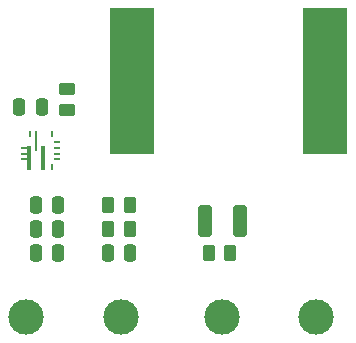
<source format=gbr>
%TF.GenerationSoftware,KiCad,Pcbnew,7.0.7*%
%TF.CreationDate,2023-08-27T13:56:46-07:00*%
%TF.ProjectId,DC-DC_converter,44432d44-435f-4636-9f6e-766572746572,rev?*%
%TF.SameCoordinates,Original*%
%TF.FileFunction,Soldermask,Top*%
%TF.FilePolarity,Negative*%
%FSLAX46Y46*%
G04 Gerber Fmt 4.6, Leading zero omitted, Abs format (unit mm)*
G04 Created by KiCad (PCBNEW 7.0.7) date 2023-08-27 13:56:46*
%MOMM*%
%LPD*%
G01*
G04 APERTURE LIST*
G04 Aperture macros list*
%AMRoundRect*
0 Rectangle with rounded corners*
0 $1 Rounding radius*
0 $2 $3 $4 $5 $6 $7 $8 $9 X,Y pos of 4 corners*
0 Add a 4 corners polygon primitive as box body*
4,1,4,$2,$3,$4,$5,$6,$7,$8,$9,$2,$3,0*
0 Add four circle primitives for the rounded corners*
1,1,$1+$1,$2,$3*
1,1,$1+$1,$4,$5*
1,1,$1+$1,$6,$7*
1,1,$1+$1,$8,$9*
0 Add four rect primitives between the rounded corners*
20,1,$1+$1,$2,$3,$4,$5,0*
20,1,$1+$1,$4,$5,$6,$7,0*
20,1,$1+$1,$6,$7,$8,$9,0*
20,1,$1+$1,$8,$9,$2,$3,0*%
G04 Aperture macros list end*
%ADD10R,0.600000X0.250000*%
%ADD11R,0.250000X0.600000*%
%ADD12R,0.250000X1.700000*%
%ADD13R,0.800000X0.250000*%
%ADD14R,0.400000X2.100000*%
%ADD15RoundRect,0.250000X-0.450000X0.262500X-0.450000X-0.262500X0.450000X-0.262500X0.450000X0.262500X0*%
%ADD16RoundRect,0.250000X-0.262500X-0.450000X0.262500X-0.450000X0.262500X0.450000X-0.262500X0.450000X0*%
%ADD17RoundRect,0.250000X0.262500X0.450000X-0.262500X0.450000X-0.262500X-0.450000X0.262500X-0.450000X0*%
%ADD18C,3.000000*%
%ADD19R,3.825000X12.350000*%
%ADD20R,3.825000X12.320000*%
%ADD21RoundRect,0.250000X0.325000X1.100000X-0.325000X1.100000X-0.325000X-1.100000X0.325000X-1.100000X0*%
%ADD22RoundRect,0.250000X-0.250000X-0.475000X0.250000X-0.475000X0.250000X0.475000X-0.250000X0.475000X0*%
%ADD23RoundRect,0.250000X0.250000X0.475000X-0.250000X0.475000X-0.250000X-0.475000X0.250000X-0.475000X0*%
G04 APERTURE END LIST*
D10*
%TO.C,U1*%
X56350000Y-79493000D03*
X56350000Y-78993000D03*
X56350000Y-78493000D03*
X56350000Y-77993000D03*
D11*
X55880000Y-77343000D03*
D12*
X54580000Y-77893000D03*
D11*
X54080000Y-77343000D03*
D13*
X53630000Y-78493000D03*
D14*
X54000000Y-79393000D03*
D13*
X53630000Y-79493000D03*
X53630000Y-78993000D03*
D14*
X55160000Y-79393000D03*
D11*
X55880000Y-80143000D03*
%TD*%
D15*
%TO.C,Rpg1*%
X57150000Y-73509500D03*
X57150000Y-75334500D03*
%TD*%
D16*
%TO.C,Rff1*%
X69191500Y-87376000D03*
X71016500Y-87376000D03*
%TD*%
D17*
%TO.C,Rfbt1*%
X62484000Y-83312000D03*
X60659000Y-83312000D03*
%TD*%
D16*
%TO.C,Rfbb1*%
X60659000Y-85344000D03*
X62484000Y-85344000D03*
%TD*%
D18*
%TO.C,Out*%
X70295000Y-92837000D03*
X78295000Y-92837000D03*
%TD*%
D19*
%TO.C,L1*%
X62688000Y-72821800D03*
D20*
X79044000Y-72821800D03*
%TD*%
D18*
%TO.C,In*%
X61722000Y-92837000D03*
X53722000Y-92837000D03*
%TD*%
D21*
%TO.C,Cout1*%
X71833000Y-84709000D03*
X68883000Y-84709000D03*
%TD*%
D22*
%TO.C,Cinx1*%
X54549000Y-85344000D03*
X56449000Y-85344000D03*
%TD*%
%TO.C,Cin2*%
X54549000Y-83312000D03*
X56449000Y-83312000D03*
%TD*%
%TO.C,Cin1*%
X54549000Y-87376000D03*
X56449000Y-87376000D03*
%TD*%
D23*
%TO.C,Cff1*%
X62521500Y-87376000D03*
X60621500Y-87376000D03*
%TD*%
D22*
%TO.C,Cboot1*%
X53152000Y-75057000D03*
X55052000Y-75057000D03*
%TD*%
M02*

</source>
